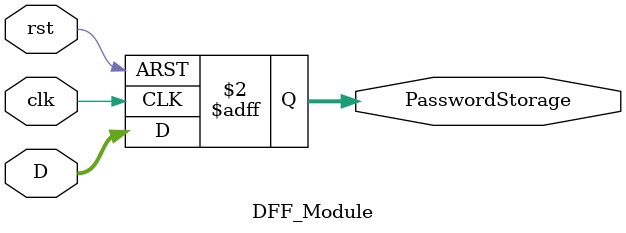
<source format=v>
`timescale 1ns / 1ps
module DFF_Module(
    input [3:0] D,
	 input clk,
	 input rst,
	 output reg [3:0] PasswordStorage
	 );
	 
	 //Specifying how the asynchronus DFF will operate.
	 always @(posedge clk or posedge rst)
	 if (rst)
		begin
			PasswordStorage <= 4'b0;
		end
	 else
		begin
			PasswordStorage <= D;
		end


endmodule

</source>
